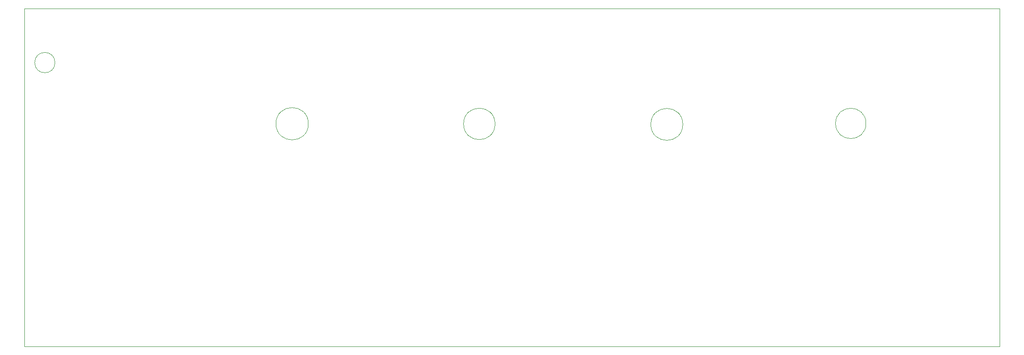
<source format=gm1>
G04 #@! TF.GenerationSoftware,KiCad,Pcbnew,7.0.11+dfsg-1*
G04 #@! TF.CreationDate,2024-03-19T11:51:31-04:00*
G04 #@! TF.ProjectId,clock,636c6f63-6b2e-46b6-9963-61645f706362,rev?*
G04 #@! TF.SameCoordinates,Original*
G04 #@! TF.FileFunction,Profile,NP*
%FSLAX46Y46*%
G04 Gerber Fmt 4.6, Leading zero omitted, Abs format (unit mm)*
G04 Created by KiCad (PCBNEW 7.0.11+dfsg-1) date 2024-03-19 11:51:31*
%MOMM*%
%LPD*%
G01*
G04 APERTURE LIST*
G04 #@! TA.AperFunction,Profile*
%ADD10C,0.050000*%
G04 #@! TD*
G04 #@! TA.AperFunction,Profile*
%ADD11C,0.100000*%
G04 #@! TD*
G04 APERTURE END LIST*
D10*
X204782546Y-68580000D02*
G75*
G03*
X199077454Y-68580000I-2852546J0D01*
G01*
X199077454Y-68580000D02*
G75*
G03*
X204782546Y-68580000I2852546J0D01*
G01*
D11*
X52705000Y-57150000D02*
G75*
G03*
X48895000Y-57150000I-1905000J0D01*
G01*
X48895000Y-57150000D02*
G75*
G03*
X52705000Y-57150000I1905000J0D01*
G01*
D10*
X170433268Y-68763008D02*
G75*
G03*
X164437062Y-68763008I-2998103J0D01*
G01*
X164437062Y-68763008D02*
G75*
G03*
X170433268Y-68763008I2998103J0D01*
G01*
X135226410Y-68673011D02*
G75*
G03*
X129321136Y-68673011I-2952637J0D01*
G01*
X129321136Y-68673011D02*
G75*
G03*
X135226410Y-68673011I2952637J0D01*
G01*
X100217609Y-68644007D02*
G75*
G03*
X94140889Y-68644007I-3038360J0D01*
G01*
X94140889Y-68644007D02*
G75*
G03*
X100217609Y-68644007I3038360J0D01*
G01*
X46990000Y-46990000D02*
X229870000Y-46990000D01*
X229870000Y-110490000D01*
X46990000Y-110490000D01*
X46990000Y-46990000D01*
M02*

</source>
